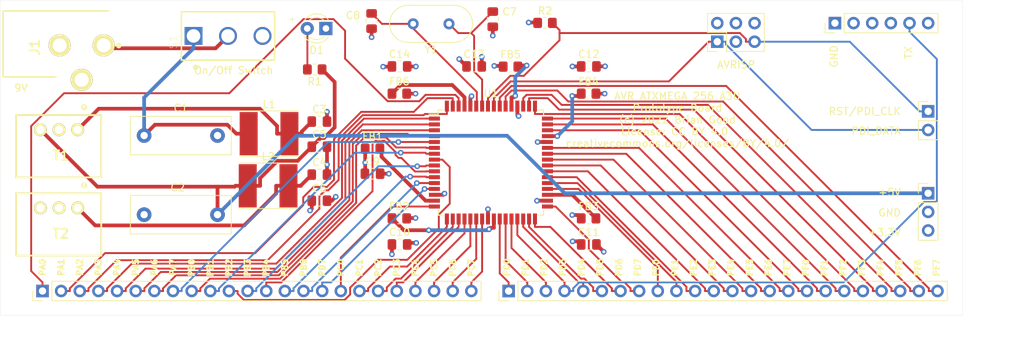
<source format=kicad_pcb>
(kicad_pcb (version 20211014) (generator pcbnew)
  (title_block (title "AVR Prototype Board") (date "2020-12-01") (rev "V1") (comment 1 "Brian Good"))
  (layers (0 "F.Cu" signal) (1 "In1.Cu" power) (2 "In2.Cu" power) (31 "B.Cu" signal) (36 "B.SilkS" user "B.Silkscreen") (37 "F.SilkS" user "F.Silkscreen") (38 "B.Mask" user) (39 "F.Mask" user) (44 "Edge.Cuts" user))
  (net 0 "")
  (net 1 "VCC")
  (net 2 "GND")
  (net 3 "+5V")
  (net 4 "/Power/9Vb")
  (net 5 "/Power/5Vb")
  (net 6 "+3V3")
  (net 7 "Net-(C7-Pad2)")
  (net 8 "Net-(C8-Pad2)")
  (net 9 "Net-(D1-Pad2)")
  (net 10 "Net-(FB1-Pad2)")
  (net 11 "Net-(FB2-Pad1)")
  (net 12 "Net-(FB3-Pad2)")
  (net 13 "Net-(FB4-Pad1)")
  (net 14 "Net-(FB5-Pad2)")
  (net 15 "Net-(FB6-Pad1)")
  (net 16 "/Power/9Vin")
  (net 17 "Net-(J2-Pad1)")
  (net 18 "Net-(J2-Pad5)")
  (net 19 "/PIN_28")
  (net 20 "/PIN_01")
  (net 21 "/PIN_02")
  (net 22 "/PIN_03")
  (net 23 "/PIN_04")
  (net 24 "/PIN_05")
  (net 25 "/PIN_06")
  (net 26 "/PIN_07")
  (net 27 "/PIN_08")
  (net 28 "/PIN_09")
  (net 29 "/PIN_10")
  (net 30 "/PIN_11")
  (net 31 "/PIN_12")
  (net 32 "/PIN_13")
  (net 33 "/PIN_14")
  (net 34 "/PIN_15")
  (net 35 "/PIN_16")
  (net 36 "/PIN_17")
  (net 37 "/PIN_18")
  (net 38 "/PIN_19")
  (net 39 "/PIN_20")
  (net 40 "/PIN_21")
  (net 41 "/PIN_22")
  (net 42 "/PIN_23")
  (net 43 "/PIN_24")
  (net 44 "/PIN_48")
  (net 45 "/PIN_47")
  (net 46 "/PIN_46")
  (net 47 "/PIN_45")
  (net 48 "/PIN_44")
  (net 49 "/PIN_43")
  (net 50 "/PIN_42")
  (net 51 "/PIN_41")
  (net 52 "/PIN_40")
  (net 53 "/PIN_39")
  (net 54 "/PIN_38")
  (net 55 "/PIN_37")
  (net 56 "/PIN_36")
  (net 57 "/PIN_35")
  (net 58 "/PIN_34")
  (net 59 "/PIN_33")
  (net 60 "/PIN_32")
  (net 61 "/PIN_31")
  (net 62 "/PIN_30")
  (net 63 "/PIN_29")
  (net 64 "/PIN_27")
  (net 65 "/PIN_26")
  (net 66 "/PIN_25")
  (footprint "Capacitor_THT:C_Rect_L13.5mm_W5.0mm_P10.00mm_FKS3_FKP3_MKS4" (layer "F.Cu") (at 46.101 83.185)
    (fp_text reference "C1")
    (fp_text value "10 uF")
  )
  (footprint "Capacitor_THT:C_Rect_L13.5mm_W5.0mm_P10.00mm_FKS3_FKP3_MKS4" (layer "F.Cu") (at 56.101 93.98 180)
    (fp_text reference "C2")
    (fp_text value "10 uF")
  )
  (footprint "Capacitor_SMD:C_0805_2012Metric_Pad1.18x1.45mm_HandSolder" (layer "F.Cu") (at 69.977 81.28)
    (fp_text reference "C3")
    (fp_text value "2.2 uF")
  )
  (footprint "Capacitor_SMD:C_0805_2012Metric_Pad1.18x1.45mm_HandSolder" (layer "F.Cu") (at 69.977 88.519)
    (fp_text reference "C4")
    (fp_text value "2.2 uF")
  )
  (footprint "Capacitor_SMD:C_0805_2012Metric_Pad1.18x1.45mm_HandSolder" (layer "F.Cu") (at 69.977 84.709)
    (fp_text reference "C5")
    (fp_text value "0.1 uF")
  )
  (footprint "Capacitor_SMD:C_0805_2012Metric_Pad1.18x1.45mm_HandSolder" (layer "F.Cu") (at 69.977 92.075)
    (fp_text reference "C6")
    (fp_text value "0.1 uF")
  )
  (footprint "Capacitor_SMD:C_0805_2012Metric_Pad1.18x1.45mm_HandSolder" (layer "F.Cu") (at 93.599 67.31 90)
    (fp_text reference "C7")
    (fp_text value "22 pF")
  )
  (footprint "Capacitor_SMD:C_0805_2012Metric_Pad1.18x1.45mm_HandSolder" (layer "F.Cu") (at 77.089 67.564 90)
    (fp_text reference "C8")
    (fp_text value "22 pF")
  )
  (footprint "Capacitor_SMD:C_0805_2012Metric_Pad1.18x1.45mm_HandSolder" (layer "F.Cu") (at 77.216 88.392)
    (fp_text reference "C9")
    (fp_text value "0.1uF")
  )
  (footprint "Capacitor_SMD:C_0805_2012Metric_Pad1.18x1.45mm_HandSolder" (layer "F.Cu") (at 80.899 98.044)
    (fp_text reference "C10")
    (fp_text value "0.1uF")
  )
  (footprint "Capacitor_SMD:C_0805_2012Metric_Pad1.18x1.45mm_HandSolder" (layer "F.Cu") (at 106.68 98.044)
    (fp_text reference "C11")
    (fp_text value "0.1uF")
  )
  (footprint "Capacitor_SMD:C_0805_2012Metric_Pad1.18x1.45mm_HandSolder" (layer "F.Cu") (at 106.68 73.757)
    (fp_text reference "C12")
    (fp_text value "0.1uF")
  )
  (footprint "Capacitor_SMD:C_0805_2012Metric_Pad1.18x1.45mm_HandSolder" (layer "F.Cu") (at 91.059 73.757)
    (fp_text reference "C13")
    (fp_text value "0.1uF")
  )
  (footprint "Capacitor_SMD:C_0805_2012Metric_Pad1.18x1.45mm_HandSolder" (layer "F.Cu") (at 80.899 73.757)
    (fp_text reference "C14")
    (fp_text value "0.1uF")
  )
  (footprint "LED_THT:LED_D3.0mm" (layer "F.Cu") (at 70.866 68.58 180)
    (fp_text reference "D1")
    (fp_text value "Red LED")
  )
  (footprint "Resistor_SMD:R_0805_2012Metric_Pad1.20x1.40mm_HandSolder" (layer "F.Cu") (at 77.216 84.963)
    (fp_text reference "FB1")
    (fp_text value "Fe")
  )
  (footprint "Resistor_SMD:R_0805_2012Metric_Pad1.20x1.40mm_HandSolder" (layer "F.Cu") (at 80.869 94.488)
    (fp_text reference "FB2")
    (fp_text value "Fe")
  )
  (footprint "Resistor_SMD:R_0805_2012Metric_Pad1.20x1.40mm_HandSolder" (layer "F.Cu") (at 106.65 94.488)
    (fp_text reference "FB3")
    (fp_text value "Fe")
  )
  (footprint "Resistor_SMD:R_0805_2012Metric_Pad1.20x1.40mm_HandSolder" (layer "F.Cu") (at 106.65 77.47)
    (fp_text reference "FB4")
    (fp_text value "Fe")
  )
  (footprint "Resistor_SMD:R_0805_2012Metric_Pad1.20x1.40mm_HandSolder" (layer "F.Cu") (at 96.012 73.787)
    (fp_text reference "FB5")
    (fp_text value "Fe")
  )
  (footprint "Resistor_SMD:R_0805_2012Metric_Pad1.20x1.40mm_HandSolder" (layer "F.Cu") (at 80.869 77.47)
    (fp_text reference "FB6")
    (fp_text value "Fe")
  )
  (footprint "BRG_Footprints:PJ-102AH" (layer "F.Cu") (at 37.592 75.184 90)
    (fp_text reference "J1")
    (fp_text value "Barrel_Jack_Switch" hide)
  )
  (footprint "BRG_Footprints:AVR_ISP" (layer "F.Cu") (at 126.619 69.0144 90)
    (fp_text reference "J2" hide)
    (fp_text value "AVR-ISP")
  )
  (footprint "Connector_PinHeader_2.54mm:PinHeader_1x02_P2.54mm_Vertical" (layer "F.Cu") (at 152.908 79.883)
    (fp_text reference "J3" hide)
    (fp_text value "Aux")
  )
  (footprint "Connector_PinHeader_2.54mm:PinHeader_1x06_P2.54mm_Vertical" (layer "F.Cu") (at 140.208 67.846 90)
    (fp_text reference "J4" hide)
    (fp_text value "Conn_01x06")
  )
  (footprint "Connector_PinHeader_2.54mm:PinHeader_1x24_P2.54mm_Vertical" (layer "F.Cu") (at 95.758 104.394 90)
    (fp_text reference "J6" hide)
    (fp_text value "ConnB" hide)
  )
  (footprint "Connector_PinHeader_2.54mm:PinHeader_1x03_P2.54mm_Vertical" (layer "F.Cu") (at 152.908 91.059)
    (fp_text reference "J7" hide)
    (fp_text value "Conn_01x03")
  )
  (footprint "Inductor_SMD:L_Taiyo-Yuden_NR-60xx_HandSoldering" (layer "F.Cu") (at 63.119 82.931)
    (fp_text reference "L1")
    (fp_text value "68 uH")
  )
  (footprint "Inductor_SMD:L_Taiyo-Yuden_NR-60xx_HandSoldering" (layer "F.Cu") (at 62.992 90.043)
    (fp_text reference "L2")
    (fp_text value "68 uH")
  )
  (footprint "Resistor_SMD:R_0805_2012Metric_Pad1.20x1.40mm_HandSolder" (layer "F.Cu") (at 69.342 74.168 180)
    (fp_text reference "R1")
    (fp_text value "680")
  )
  (footprint "Resistor_SMD:R_0805_2012Metric_Pad1.20x1.40mm_HandSolder" (layer "F.Cu") (at 100.711 67.818)
    (fp_text reference "R2")
    (fp_text value "10k")
  )
  (footprint "BRG_Footprints:SW_1101M2S3CQE2" (layer "F.Cu") (at 57.531 69.596 90)
    (fp_text reference "S1")
    (fp_text value "On/Off Switch")
  )
  (footprint "BRG_Footprints:R-78E5.0-1.0" (layer "F.Cu") (at 40.259 80.391 180)
    (fp_text reference "T1")
    (fp_text value "R-78E5.0-1.0" hide)
  )
  (footprint "BRG_Footprints:R-78E3.3-1.0" (layer "F.Cu") (at 40.259 91.059 180)
    (fp_text reference "T2")
    (fp_text value "R-78E3.3-1.0" hide)
  )
  (footprint "Package_QFP:TQFP-64_14x14mm_P0.8mm" (layer "F.Cu") (at 93.345 86.868)
    (fp_text reference "U1")
    (fp_text value "ATxmega256A3U-AU")
  )
  (footprint "Crystal:Crystal_HC49-U_Vertical" (layer "F.Cu") (at 87.63 67.945 180)
    (fp_text reference "Y1")
    (fp_text value "16 MHz")
  )
  (footprint "Connector_PinHeader_2.54mm:PinHeader_1x24_P2.54mm_Vertical" (layer "F.Cu") (at 32.258 104.394 90)
    (fp_text reference "J5" hide)
    (fp_text value "ConnA" hide)
  )
  (gr_line (start 26.543 64.77) (end 26.543 107.696) (layer "Edge.Cuts") (width 0.0254))
  (gr_line (start 157.607 107.696) (end 157.607 64.77) (layer "Edge.Cuts") (width 0.0254))
  (gr_line (start 26.543 107.696) (end 157.607 107.696) (layer "Edge.Cuts") (width 0.0254))
  (gr_line (start 157.607 64.77) (end 26.543 64.77) (layer "Edge.Cuts") (width 0.0254))
  (gr_text "PA2" (at 37.338 101.160943 90) (layer "F.SilkS") (effects (font (size 0.8128 0.8128) (thickness 0.2032))))
  (gr_text "PA3" (at 39.878 101.160943 90) (layer "F.SilkS") (effects (font (size 0.8128 0.8128) (thickness 0.2032))))
  (gr_text "PA4" (at 42.418 101.160943 90) (layer "F.SilkS") (effects (font (size 0.8128 0.8128) (thickness 0.2032))))
  (gr_text "PA5" (at 44.958 101.160943 90) (layer "F.SilkS") (effects (font (size 0.8128 0.8128) (thickness 0.2032))))
  (gr_text "PA6" (at 47.498 101.160943 90) (layer "F.SilkS") (effects (font (size 0.8128 0.8128) (thickness 0.2032))))
  (gr_text "PA7" (at 50.038 101.160943 90) (layer "F.SilkS") (effects (font (size 0.8128 0.8128) (thickness 0.2032))))
  (gr_text "PB0" (at 52.578 101.219 90) (layer "F.SilkS") (effects (font (size 0.8128 0.8128) (thickness 0.2032))))
  (gr_text "PB1" (at 55.118 101.219 90) (layer "F.SilkS") (effects (font (size 0.8128 0.8128) (thickness 0.2032))))
  (gr_text "PB2" (at 57.658 101.219 90) (layer "F.SilkS") (effects (font (size 0.8128 0.8128) (thickness 0.2032))))
  (gr_text "PB3" (at 60.198 101.219 90) (layer "F.SilkS") (effects (font (size 0.8128 0.8128) (thickness 0.2032))))
  (gr_text "PB4" (at 62.738 101.219 90) (layer "F.SilkS") (effects (font (size 0.8128 0.8128) (thickness 0.2032))))
  (gr_text "PB5" (at 65.278 101.219 90) (layer "F.SilkS") (effects (font (size 0.8128 0.8128) (thickness 0.2032))))
  (gr_text "PB6" (at 67.818 101.219 90) (layer "F.SilkS") (effects (font (size 0.8128 0.8128) (thickness 0.2032))))
  (gr_text "PB7" (at 70.358 101.219 90) (layer "F.SilkS") (effects (font (size 0.8128 0.8128) (thickness 0.2032))))
  (gr_text "PC0" (at 72.898 101.219 90) (layer "F.SilkS") (effects (font (size 0.8128 0.8128) (thickness 0.2032))))
  (gr_text "PC1" (at 75.438 101.219 90) (layer "F.SilkS") (effects (font (size 0.8128 0.8128) (thickness 0.2032))))
  (gr_text "PC2" (at 77.978 101.219 90) (layer "F.SilkS") (effects (font (size 0.8128 0.8128) (thickness 0.2032))))
  (gr_text "PC3" (at 80.518 101.219 90) (layer "F.SilkS") (effects (font (size 0.8128 0.8128) (thickness 0.2032))))
  (gr_text "PC4" (at 83.058 101.219 90) (layer "F.SilkS") (effects (font (size 0.8128 0.8128) (thickness 0.2032))))
  (gr_text "PC5" (at 85.598 101.219 90) (layer "F.SilkS") (effects (font (size 0.8128 0.8128) (thickness 0.2032))))
  (gr_text "PC6" (at 88.138 101.219 90) (layer "F.SilkS") (effects (font (size 0.8128 0.8128) (thickness 0.2032))))
  (gr_text "PC7" (at 90.678 101.219 90) (layer "F.SilkS") (effects (font (size 0.8128 0.8128) (thickness 0.2032))))
  (gr_text "PD6" (at 110.777126 101.160943 90) (layer "F.SilkS") (effects (font (size 0.8128 0.8128) (thickness 0.2032))))
  (gr_text "PD0" (at 95.504 101.160943 90) (layer "F.SilkS") (effects (font (size 0.8128 0.8128) (thickness 0.2032))))
  (gr_text "PD1" (at 98.049521 101.160943 90) (layer "F.SilkS") (effects (font (size 0.8128 0.8128) (thickness 0.2032))))
  (gr_text "PD7" (at 113.322647 101.160943 90) (layer "F.SilkS") (effects (font (size 0.8128 0.8128) (thickness 0.2032))))
  (gr_text "PD3" (at 103.140563 101.160943 90) (layer "F.SilkS") (effects (font (size 0.8128 0.8128) (thickness 0.2032))))
  (gr_text "PD4" (at 105.686084 101.160943 90) (layer "F.SilkS") (effects (font (size 0.8128 0.8128) (thickness 0.2032))))
  (gr_text "PD2" (at 100.595042 101.160943 90) (layer "F.SilkS") (effects (font (size 0.8128 0.8128) (thickness 0.2032))))
  (gr_text "PD5" (at 108.231605 101.160943 90) (layer "F.SilkS") (effects (font (size 0.8128 0.8128) (thickness 0.2032))))
  (gr_text "PE6" (at 131.141294 101.199647 90) (layer "F.SilkS") (effects (font (size 0.8128 0.8128) (thickness 0.2032))))
  (gr_text "PE1" (at 118.413689 101.199647 90) (layer "F.SilkS") (effects (font (size 0.8128 0.8128) (thickness 0.2032))))
  (gr_text "PE0" (at 115.868168 101.199647 90) (layer "F.SilkS") (effects (font (size 0.8128 0.8128) (thickness 0.2032))))
  (gr_text "PE2" (at 120.95921 101.199647 90) (layer "F.SilkS") (effects (font (size 0.8128 0.8128) (thickness 0.2032))))
  (gr_text "PE4" (at 126.050252 101.199647 90) (layer "F.SilkS") (effects (font (size 0.8128 0.8128) (thickness 0.2032))))
  (gr_text "PE7" (at 133.686815 101.199647 90) (layer "F.SilkS") (effects (font (size 0.8128 0.8128) (thickness 0.2032))))
  (gr_text "PE3" (at 123.504731 101.199647 90) (layer "F.SilkS") (effects (font (size 0.8128 0.8128) (thickness 0.2032))))
  (gr_text "PE5" (at 128.595773 101.199647 90) (layer "F.SilkS") (effects (font (size 0.8128 0.8128) (thickness 0.2032))))
  (gr_text "PF7" (at 154.051 101.219 90) (layer "F.SilkS") (effects (font (size 0.8128 0.8128) (thickness 0.2032))))
  (gr_text "PF3" (at 143.868899 101.219 90) (layer "F.SilkS") (effects (font (size 0.8128 0.8128) (thickness 0.2032))))
  (gr_text "PF5" (at 148.959941 101.219 90) (layer "F.SilkS") (effects (font (size 0.8128 0.8128) (thickness 0.2032))))
  (gr_text "PF4" (at 146.41442 101.219 90) (layer "F.SilkS") (effects (font (size 0.8128 0.8128) (thickness 0.2032))))
  (gr_text "PF2" (at 141.323378 101.219 90) (layer "F.SilkS") (effects (font (size 0.8128 0.8128) (thickness 0.2032))))
  (gr_text "PF0" (at 136.232336 101.219 90) (layer "F.SilkS") (effects (font (size 0.8128 0.8128) (thickness 0.2032))))
  (gr_text "PF1" (at 138.777857 101.219 90) (layer "F.SilkS") (effects (font (size 0.8128 0.8128) (thickness 0.2032))))
  (gr_text "PF6" (at 151.505462 101.219 90) (layer "F.SilkS") (effects (font (size 0.8128 0.8128) (thickness 0.2032))))
  (gr_text "+3.3V" (at 146.939 96.393) (layer "F.SilkS") (effects (font (size 1 1))))
  (gr_text "+" (at 66.294 67.31) (layer "F.SilkS") (effects (font (size 0.762 0.762) (thickness 0.1016))))
  (gr_text "AVRISP" (at 126.746 73.533) (layer "F.SilkS") (effects (font (size 1 1))))
  (gr_text "9V" (at 29.337 76.708) (layer "F.SilkS") (effects (font (size 1 1))))
  (gr_text "+5V" (at 147.653285 90.932) (layer "F.SilkS") (effects (font (size 1 1))))
  (gr_text "PA0" (at 32.258 101.160943 90) (layer "F.SilkS") (effects (font (size 0.8128 0.8128) (thickness 0.2032))))
  (gr_text "GND" (at 140.081 72.39 90) (layer "F.SilkS") (effects (font (size 1 1))))
  (gr_text "PA1" (at 34.798 101.160943 90) (layer "F.SilkS") (effects (font (size 0.8128 0.8128) (thickness 0.2032))))
  (gr_text "RST/PDI_CLK" (at 144.272333 79.883) (layer "F.SilkS") (effects (font (size 1 1))))
  (gr_text "AVR ATXMEGA 256 A3U\nPrototype Board\n(c) 2022 Brian Good\nLicense: CC BY 4.0 \ncreativecommons.org/licenses/BY/4.0/" (at 118.745 81.026) (layer "F.SilkS") (effects (font (size 1 1))))
  (gr_text "GND" (at 147.653285 93.726) (layer "F.SilkS") (effects (font (size 1 1))))
  (gr_text "TX" (at 150.241 71.882 90) (layer "F.SilkS") (effects (font (size 1 1))))
  (gr_text "PDI_DATA" (at 145.819952 82.55) (layer "F.SilkS") (effects (font (size 1 1))))
  (segment (start 57.439 81.7085) (end 58.6615 82.931) (width 0.508) (layer "F.Cu") (net 1))
  (segment (start 47.5775 81.7085) (end 57.439 81.7085) (width 0.508) (layer "F.Cu") (net 1))
  (segment (start 60.344 82.931) (end 58.6615 82.931) (width 0.508) (layer "F.Cu") (net 1))
  (segment (start 46.101 83.185) (end 47.5775 81.7085) (width 0.508) (layer "F.Cu") (net 1))
  (segment (start 52.831 71.2785) (end 46.101 78.0085) (width 0.508) (layer "B.Cu") (net 1))
  (segment (start 46.101 78.0085) (end 46.101 83.185) (width 0.508) (layer "B.Cu") (net 1))
  (segment (start 52.831 69.596) (end 52.831 71.2785) (width 0.508) (layer "B.Cu") (net 1))
  (segment (start 78.2535 88.392) (end 79.4406 88.392) (width 0.508) (layer "F.Cu") (net 2))
  (segment (start 105.6405 73.759) (end 105.6425 73.757) (width 0.508) (layer "F.Cu") (net 2))
  (segment (start 79.8268 73.7917) (end 79.8615 73.757) (width 0.508) (layer "F.Cu") (net 2))
  (segment (start 101.045 84.068) (end 99.7022 84.068) (width 0.508) (layer "F.Cu") (net 2))
  (segment (start 77.089 68.6015) (end 77.089 69.7772) (width 0.508) (layer "F.Cu") (net 2))
  (segment (start 93.599 68.3475) (end 93.599 69.5589) (width 0.508) (layer "F.Cu") (net 2))
  (segment (start 107.7175 98.044) (end 108.7137 99.0402) (width 0.508) (layer "F.Cu") (net 2))
  (segment (start 99.8238 92.0817) (end 99.8375 92.068) (width 0.508) (layer "F.Cu") (net 2))
  (segment (start 79.8615 98.044) (end 79.8615 99.3905) (width 0.508) (layer "F.Cu") (net 2))
  (segment (start 97.1133 80.53) (end 96.9588 80.3755) (width 0.508) (layer "F.Cu") (net 2))
  (segment (start 71.0145 81.28) (end 71.0145 79.9432) (width 0.508) (layer "F.Cu") (net 2))
  (segment (start 96.945 79.168) (end 96.945 80.3755) (width 0.508) (layer "F.Cu") (net 2))
  (segment (start 104.4465 73.759) (end 105.6405 73.759) (width 0.508) (layer "F.Cu") (net 2))
  (segment (start 71.6678 92.075) (end 71.0145 92.075) (width 0.508) (layer "F.Cu") (net 2))
  (segment (start 87.0216 91.0958) (end 86.8525 91.2649) (width 0.508) (layer "F.Cu") (net 2))
  (segment (start 90.545 79.168) (end 90.545 77.9605) (width 0.508) (layer "F.Cu") (net 2))
  (segment (start 90.5648 77.9605) (end 90.545 77.9605) (width 0.508) (layer "F.Cu") (net 2))
  (segment (start 108.7137 99.0402) (end 108.7138 99.0402) (width 0.508) (layer "F.Cu") (net 2))
  (segment (start 96.9588 80.3755) (end 96.945 80.3755) (width 0.508) (layer "F.Cu") (net 2))
  (segment (start 71.0145 88.519) (end 71.0145 87.1444) (width 0.508) (layer "F.Cu") (net 2))
  (segment (start 92.0965 73.757) (end 92.0965 72.444) (width 0.508) (layer "F.Cu") (net 2))
  (segment (start 92.945 93.2308) (end 92.945 94.568) (width 0.508) (layer "F.Cu") (net 2))
  (segment (start 99.6173 92.0817) (end 99.8238 92.0817) (width 0.508) (layer "F.Cu") (net 2))
  (segment (start 72.2041 91.5387) (end 71.6678 92.075) (width 0.508) (layer "F.Cu") (net 2))
  (segment (start 71.0145 87.1444) (end 71.0145 84.709) (width 0.508) (layer "F.Cu") (net 2))
  (segment (start 85.645 91.268) (end 86.8525 91.268) (width 0.508) (layer "F.Cu") (net 2))
  (segment (start 90.7089 77.8164) (end 90.5648 77.9605) (width 0.508) (layer "F.Cu") (net 2))
  (segment (start 101.045 92.068) (end 99.8375 92.068) (width 0.508) (layer "F.Cu") (net 2))
  (segment (start 86.8525 91.2649) (end 86.8525 91.268) (width 0.508) (layer "F.Cu") (net 2))
  (segment (start 78.6626 73.7917) (end 79.8268 73.7917) (width 0.508) (layer "F.Cu") (net 2))
  (via (at 108.7138 99.0402) (size 0.762) (drill 0.381) (layers "F.Cu" "B.Cu") (net 2))
  (via (at 79.4406 88.392) (size 0.762) (drill 0.381) (layers "F.Cu" "B.Cu") (net 2))
  (via (at 77.089 69.7772) (size 0.762) (drill 0.381) (layers "F.Cu" "B.Cu") (net 2))
  (via (at 71.0145 79.9432) (size 0.762) (drill 0.381) (layers "F.Cu" "B.Cu") (net 2))
  (via (at 71.0145 87.1444) (size 0.762) (drill 0.381) (layers "F.Cu" "B.Cu") (net 2))
  (via (at 104.4465 73.759) (size 0.762) (drill 0.381) (layers "F.Cu" "B.Cu") (net 2))
  (via (at 93.599 69.5589) (size 0.762) (drill 0.381) (layers "F.Cu" "B.Cu") (net 2))
  (via (at 79.8615 99.3905) (size 0.762) (drill 0.381) (layers "F.Cu" "B.Cu") (net 2))
  (via (at 99.7022 84.068) (size 0.762) (drill 0.381) (layers "F.Cu" "B.Cu") (net 2))
  (via (at 99.6173 92.0817) (size 0.762) (drill 0.381) (layers "F.Cu" "B.Cu") (net 2))
  (via (at 97.1133 80.53) (size 0.762) (drill 0.381) (layers "F.Cu" "B.Cu") (net 2))
  (via (at 92.0965 72.444) (size 0.762) (drill 0.381) (layers "F.Cu" "B.Cu") (net 2))
  (via (at 92.945 93.2308) (size 0.762) (drill 0.381) (layers "F.Cu" "B.Cu") (net 2))
  (via (at 90.7089 77.8164) (size 0.762) (drill 0.381) (layers "F.Cu" "B.Cu") (net 2))
  (via (at 87.0216 91.0958) (size 0.762) (drill 0.381) (layers "F.Cu" "B.Cu") (net 2))
  (via (at 72.2041 91.5387) (size 0.762) (drill 0.381) (layers "F.Cu" "B.Cu") (net 2))
  (via (at 78.6626 73.7917) (size 0.762) (drill 0.381) (layers "F.Cu" "B.Cu") (net 2))
  (segment (start 60.217 90.043) (end 58.5345 90.043) (width 0.508) (layer "F.Cu") (net 3))
  (segment (start 39.7373 90.1593) (end 56.101 90.1593) (width 0.508) (layer "F.Cu") (net 3))
  (segment (start 72.0606 75.8866) (end 70.342 74.168) (width 0.508) (layer "F.Cu") (net 3))
  (segment (start 64.2752 86.6355) (end 67.0131 86.6355) (width 0.508) (layer "F.Cu") (net 3))
  (segment (start 67.0131 86.6354) (end 68.9395 84.709) (width 0.508) (layer "F.Cu") (net 3))
  (segment (start 61.8995 90.043) (end 61.8995 89.0112) (width 0.508) (layer "F.Cu") (net 3))
  (segment (start 56.101 90.1593) (end 58.4182 90.1593) (width 0.508) (layer "F.Cu") (net 3))
  (segment (start 31.969 82.391) (end 39.7373 90.1593) (width 0.508) (layer "F.Cu") (net 3))
  (segment (start 67.0131 86.6355) (end 67.0131 86.6354) (width 0.508) (layer "F.Cu") (net 3))
  (segment (start 68.9395 84.709) (end 70.1231 83.5254) (width 0.508) (layer "F.Cu") (net 3))
  (segment (start 61.8995 89.0112) (end 64.2752 86.6355) (width 0.508) (layer "F.Cu") (net 3))
  (segment (start 70.6076 83.5254) (end 72.0606 82.0724) (width 0.508) (layer "F.Cu") (net 3))
  (segment (start 70.1231 83.5254) (end 70.6076 83.5254) (width 0.508) (layer "F.Cu") (net 3))
  (segment (start 58.4182 90.1593) (end 58.5345 90.043) (width 0.508) (layer "F.Cu") (net 3))
  (segment (start 56.101 90.1593) (end 56.101 93.98) (width 0.508) (layer "F.Cu") (net 3))
  (segment (start 60.217 90.043) (end 61.8995 90.043) (width 0.508) (layer "F.Cu") (net 3))
  (segment (start 72.0606 82.0724) (end 72.0606 75.8866) (width 0.508) (layer "F.Cu") (net 3))
  (segment (start 103.3976 91.059) (end 152.908 91.059) (width 0.508) (layer "B.Cu") (net 3))
  (segment (start 95.5579 83.2193) (end 103.3976 91.059) (width 0.508) (layer "B.Cu") (net 3))
  (segment (start 56.101 93.98) (end 66.8617 83.2193) (width 0.508) (layer "B.Cu") (net 3))
  (segment (start 66.8617 83.2193) (end 95.5579 83.2193) (width 0.508) (layer "B.Cu") (net 3))
  (segment (start 65.894 82.931) (end 67.5765 82.931) (width 0.508) (layer "F.Cu") (net 4))
  (segment (start 68.9395 81.28) (end 67.5765 82.643) (width 0.508) (layer "F.Cu") (net 4))
  (segment (start 61.8555 79.5234) (end 64.2115 81.8794) (width 0.508) (layer "F.Cu") (net 4))
  (segment (start 67.5765 82.643) (end 67.5765 82.931) (width 0.508) (layer "F.Cu") (net 4))
  (segment (start 64.2115 81.8794) (end 64.2115 82.931) (width 0.508) (layer "F.Cu") (net 4))
  (segment (start 65.894 82.931) (end 64.2115 82.931) (width 0.508) (layer "F.Cu") (net 4))
  (segment (start 37.049 82.391) (end 39.9166 79.5234) (width 0.508) (layer "F.Cu") (net 4))
  (segment (start 39.9166 79.5234) (end 61.8555 79.5234) (width 0.508) (layer "F.Cu") (net 4))
  (segment (start 64.0845 91.0946) (end 64.0845 90.043) (width 0.508) (layer "F.Cu") (net 5))
  (segment (start 59.7324 95.4467) (end 64.0845 91.0946) (width 0.508) (layer "F.Cu") (net 5))
  (segment (start 39.4367 95.4467) (end 59.7324 95.4467) (width 0.508) (layer "F.Cu") (net 5))
  (segment (start 68.9395 88.519) (end 67.4495 90.009) (width 0.508) (layer "F.Cu") (net 5))
  (segment (start 37.049 93.059) (end 39.4367 95.4467) (width 0.508) (layer "F.Cu") (net 5))
  (segment (start 67.4495 90.009) (end 67.4495 90.043) (width 0.508) (layer "F.Cu") (net 5))
  (segment (start 65.767 90.043) (end 67.4495 90.043) (width 0.508) (layer "F.Cu") (net 5))
  (segment (start 65.767 90.043) (end 64.0845 90.043) (width 0.508) (layer "F.Cu") (net 5))
  (segment (start 104.4251 94.0279) (end 105.1899 94.0279) (width 0.508) (layer "F.Cu") (net 6))
  (segment (start 83.0707 94.4406) (end 81.9164 94.4406) (width 0.508) (layer "F.Cu") (net 6))
  (segment (start 68.9395 93.1774) (end 68.9395 92.075) (width 0.508) (layer "F.Cu") (net 6))
  (segment (start 76.1785 88.392) (end 76.216 88.3545) (width 0.508) (layer "F.Cu") (net 6))
  (segment (start 76.216 88.3545) (end 76.216 86.8752) (width 0.508) (layer "F.Cu") (net 6))
  (segment (start 90.0215 73.757) (end 89.0205 72.756) (width 0.508) (layer "F.Cu") (net 6))
  (segment (start 107.7324 73.7421) (end 107.7175 73.757) (width 0.508) (layer "F.Cu") (net 6))
  (segment (start 105.1899 94.0279) (end 105.65 94.488) (width 0.508) (layer "F.Cu") (net 6))
  (segment (start 108.8929 73.7421) (end 107.7324 73.7421) (width 0.508) (layer "F.Cu") (net 6))
  (segment (start 83.1739 97.8304) (end 82.1501 97.8304) (width 0.508) (layer "F.Cu") (net 6))
  (segment (start 105.2155 97.617) (end 105.6425 98.044) (width 0.508) (layer "F.Cu") (net 6))
  (segment (start 107.6524 77.4676) (end 107.65 77.47) (width 0.508) (layer "F.Cu") (net 6))
  (segment (start 82.1501 97.8304) (end 81.9365 98.044) (width 0.508) (layer "F.Cu") (net 6))
  (segment (start 94.9095 73.6845) (end 95.012 73.787) (width 0.508) (layer "F.Cu") (net 6))
  (segment (start 93.7959 73.6845) (end 94.9095 73.6845) (width 0.508) (layer "F.Cu") (net 6))
  (segment (start 68.7052 93.4117) (end 68.9395 93.1774) (width 0.508) (layer "F.Cu") (net 6))
  (segment (start 104.469 97.617) (end 105.2155 97.617) (width 0.508) (layer "F.Cu") (net 6))
  (segment (start 81.9488 73.7693) (end 81.9365 73.757) (width 0.508) (layer "F.Cu") (net 6))
  (segment (start 99.6573 67.7643) (end 99.711 67.818) (width 0.508) (layer "F.Cu") (net 6))
  (segment (start 83.1254 73.7693) (end 81.9488 73.7693) (width 0.508) (layer "F.Cu") (net 6))
  (segment (start 98.4836 67.7643) (end 99.6573 67.7643) (width 0.508) (layer "F.Cu") (net 6))
  (segment (start 108.8429 77.4676) (end 107.6524 77.4676) (width 0.508) (layer "F.Cu") (net 6))
  (segment (start 81.9164 94.4406) (end 81.869 94.488) (width 0.508) (layer "F.Cu") (net 6))
  (segment (start 81.869 77.47) (end 83.0734 77.47) (width 0.508) (layer "F.Cu") (net 6))
  (segment (start 76.216 86.8752) (end 76.216 84.963) (width 0.508) (layer "F.Cu") (net 6))
  (via (at 108.8429 77.4676) (size 0.762) (drill 0.381) (layers "F.Cu" "B.Cu") (net 6))
  (via (at 76.216 86.8752) (size 0.762) (drill 0.381) (layers "F.Cu" "B.Cu") (net 6))
  (via (at 83.1739 97.8304) (size 0.762) (drill 0.381) (layers "F.Cu" "B.Cu") (net 6))
  (via (at 83.0707 94.4406) (size 0.762) (drill 0.381) (layers "F.Cu" "B.Cu") (net 6))
  (via (at 89.0205 72.756) (size 0.762) (drill 0.381) (layers "F.Cu" "B.Cu") (net 6))
  (via (at 104.469 97.617) (size 0.762) (drill 0.381) (layers "F.Cu" "B.Cu") (net 6))
  (via (at 98.4836 67.7643) (size 0.762) (drill 0.381) (layers "F.Cu" "B.Cu") (net 6))
  (via (at 68.7052 93.4117) (size 0.762) (drill 0.381) (layers "F.Cu" "B.Cu") (net 6))
  (via (at 83.1254 73.7693) (size 0.762) (drill 0.381) (layers "F.Cu" "B.Cu") (net 6))
  (via (at 83.0734 77.47) (size 0.762) (drill 0.381) (layers "F.Cu" "B.Cu") (net 6))
  (via (at 108.8929 73.7421) (size 0.762) (drill 0.381) (layers "F.Cu" "B.Cu") (net 6))
  (via (at 104.4251 94.0279) (size 0.762) (drill 0.381) (layers "F.Cu" "B.Cu") (net 6))
  (via (at 93.7959 73.6845) (size 0.762) (drill 0.381) (layers "F.Cu" "B.Cu") (net 6))
  (segment (start 92.145 75.5523) (end 91.059 74.4663) (width 0.254) (layer "F.Cu") (net 7))
  (segment (start 90.6611 69.2104) (end 93.599 66.2725) (width 0.254) (layer "F.Cu") (net 7))
  (segment (start 92.145 79.168) (end 92.145 75.5523) (width 0.254) (layer "F.Cu") (net 7))
  (segment (start 87.63 67.945) (end 88.8954 69.2104) (width 0.254) (layer "F.Cu") (net 7))
  (segment (start 91.059 69.6083) (end 90.6611 69.2104) (width 0.254) (layer "F.Cu") (net 7))
  (segment (start 88.8954 69.2104) (end 90.6611 69.2104) (width 0.254) (layer "F.Cu") (net 7))
  (segment (start 91.059 74.4663) (end 91.059 69.6083) (width 0.254) (layer "F.Cu") (net 7))
  (segment (start 91.345 79.168) (end 91.4204 79.0926) (width 0.254) (layer "F.Cu") (net 8))
  (segment (start 91.4204 79.0926) (end 91.4204 77.2377) (width 0.254) (layer "F.Cu") (net 8))
  (segment (start 78.5075 67.945) (end 77.089 66.5265) (width 0.254) (layer "F.Cu") (net 8))
  (segment (start 82.75 68.5673) (end 82.75 67.945) (width 0.254) (layer "F.Cu") (net 8))
  (segment (start 91.4204 77.2377) (end 82.75 68.5673) (width 0.254) (layer "F.Cu") (net 8))
  (segment (start 82.75 67.945) (end 78.5075 67.945) (width 0.254) (layer "F.Cu") (net 8))
  (segment (start 68.326 68.58) (end 68.342 68.596) (width 0.254) (layer "F.Cu") (net 9))
  (segment (start 68.342 68.596) (end 68.342 74.168) (width 0.254) (layer "F.Cu") (net 9))
  (segment (start 78.447 86.0775) (end 84.4375 92.068) (width 0.508) (layer "F.Cu") (net 10))
  (segment (start 78.447 85.1939) (end 78.447 86.0775) (width 0.508) (layer "F.Cu") (net 10))
  (segment (start 85.645 92.068) (end 84.4375 92.068) (width 0.508) (layer "F.Cu") (net 10))
  (segment (start 78.4469 85.1939) (end 78.447 85.1939) (width 0.508) (layer "F.Cu") (net 10))
  (segment (start 78.216 84.963) (end 78.4469 85.1939) (width 0.508) (layer "F.Cu") (net 10))
  (segment (start 79.869 94.488) (end 81.4826 96.1016) (width 0.508) (layer "F.Cu") (net 11))
  (segment (start 93.745 94.568) (end 93.745 95.7755) (width 0.508) (layer "F.Cu") (net 11))
  (segment (start 93.2865 95.7755) (end 93.0912 95.9708) (width 0.508) (layer "F.Cu") (net 11))
  (segment (start 81.4826 96.1016) (end 84.8732 96.1016) (width 0.508) (layer "F.Cu") (net 11))
  (segment (start 93.745 95.7755) (end 93.2865 95.7755) (width 0.508) (layer "F.Cu") (net 11))
  (via (at 84.8732 96.1016) (size 0.762) (drill 0.381) (layers "F.Cu" "B.Cu") (net 11))
  (via (at 93.0912 95.9708) (size 0.762) (drill 0.381) (layers "F.Cu" "B.Cu") (net 11))
  (segment (start 84.8732 96.1016) (end 92.9604 96.1016) (width 0.508) (layer "B.Cu") (net 11))
  (segment (start 92.9604 96.1016) (end 93.0912 95.9708) (width 0.508) (layer "B.Cu") (net 11))
  (segment (start 104.43 91.268) (end 107.65 94.488) (width 0.508) (layer "F.Cu") (net 12))
  (segment (start 101.045 91.268) (end 104.43 91.268) (width 0.508) (layer "F.Cu") (net 12))
  (segment (start 101.045 83.268) (end 102.3937 83.268) (width 0.508) (layer "F.Cu") (net 13))
  (segment (start 105.3333 77.7867) (end 105.65 77.47) (width 0.508) (layer "F.Cu") (net 13))
  (segment (start 104.4219 77.7867) (end 105.3333 77.7867) (width 0.508) (layer "F.Cu") (net 13))
  (via (at 102.3937 83.268) (size 0.762) (drill 0.381) (layers "F.Cu" "B.Cu") (net 13))
  (via (at 104.4219 77.7867) (size 0.762) (drill 0.381) (layers "F.Cu" "B.Cu") (net 13))
  (segment (start 104.4219 77.7867) (end 104.4219 81.2398) (width 0.508) (layer "B.Cu") (net 13))
  (segment (start 104.4219 81.2398) (end 102.3937 83.268) (width 0.508) (layer "B.Cu") (net 13))
  (segment (start 97.1705 73.6285) (end 97.012 73.787) (width 0.508) (layer "F.Cu") (net 14))
  (segment (start 96.145 77.9605) (end 96.4632 77.9605) (width 0.508) (layer "F.Cu") (net 14))
  (segment (start 96.145 79.168) (end 96.145 77.9605) (width 0.508) (layer "F.Cu") (net 14))
  (segment (start 98.2182 73.6285) (end 97.1705 73.6285) (width 0.508) (layer "F.Cu") (net 14))
  (segment (start 96.4632 77.9605) (end 96.6609 77.7628) (width 0.508) (layer "F.Cu") (net 14))
  (via (at 96.6609 77.7628) (size 0.762) (drill 0.381) (layers "F.Cu" "B.Cu") (net 14))
  (via (at 98.2182 73.6285) (size 0.762) (drill 0.381) (layers "F.Cu" "B.Cu") (net 14))
  (segment (start 98.2182 73.6285) (end 96.6609 75.1858) (width 0.508) (layer "B.Cu") (net 14))
  (segment (start 96.6609 75.1858) (end 96.6609 77.7628) (width 0.508) (layer "B.Cu") (net 14))
  (segment (start 89.745 79.168) (end 89.745 77.9605) (width 0.508) (layer "F.Cu") (net 15))
  (segment (start 88.0766 76.2921) (end 89.745 77.9605) (width 0.508) (layer "F.Cu") (net 15))
  (segment (start 79.869 77.47) (end 81.0469 76.2921) (width 0.508) (layer "F.Cu") (net 15))
  (segment (start 81.0469 76.2921) (end 88.0766 76.2921) (width 0.508) (layer "F.Cu") (net 15))
  (segment (start 57.531 69.596) (end 55.8484 71.2786) (width 0.508) (layer "F.Cu") (net 16))
  (segment (start 55.8484 71.2786) (end 40.9866 71.2786) (width 0.508) (layer "F.Cu") (net 16))
  (segment (start 40.9866 71.2786) (end 40.592 70.884) (width 0.508) (layer "F.Cu") (net 16))
  (segment (start 93.745 79.168) (end 93.745 78.0875) (width 0.254) (layer "F.Cu") (net 17))
  (segment (start 123.0001 70.386) (end 117.5862 75.7999) (width 0.254) (layer "F.Cu") (net 17))
  (segment (start 124.1806 70.386) (end 123.0001 70.386) (width 0.254) (layer "F.Cu") (net 17))
  (segment (start 117.5862 75.7999) (end 96.0326 75.7999) (width 0.254) (layer "F.Cu") (net 17))
  (segment (start 96.0326 75.7999) (end 93.745 78.0875) (width 0.254) (layer "F.Cu") (net 17))
  (segment (start 125.3611 70.7549) (end 137.0292 82.423) (width 0.254) (layer "B.Cu") (net 17))
  (segment (start 124.1806 70.386) (end 125.3611 70.386) (width 0.254) (layer "B.Cu") (net 17))
  (segment (start 125.3611 70.386) (end 125.3611 70.7549) (width 0.254) (layer "B.Cu") (net 17))
  (segment (start 137.0292 82.423) (end 152.908 82.423) (width 0.254) (layer "B.Cu") (net 17))
  (segment (start 129.2606 70.386) (end 128.0801 70.386) (width 0.254) (layer "F.Cu") (net 18))
  (segment (start 92.945 79.168) (end 92.945 78.0875) (width 0.254) (layer "F.Cu") (net 18))
  (segment (start 128.0801 70.386) (end 128.0801 70.017) (width 0.254) (layer "F.Cu") (net 18))
  (segment (start 102.6907 70.185) (end 97.8408 75.0349) (width 0.254) (layer "F.Cu") (net 18))
  (segment (start 128.0801 70.017) (end 127.2686 69.2055) (width 0.254) (layer "F.Cu") (net 18))
  (segment (start 102.6907 69.2055) (end 102.6907 70.185) (width 0.254) (layer "F.Cu") (net 18))
  (segment (start 95.9976 75.0349) (end 92.945 78.0875) (width 0.254) (layer "F.Cu") (net 18))
  (segment (start 102.6907 69.2055) (end 102.6907 68.7977) (width 0.254) (layer "F.Cu") (net 18))
  (segment (start 102.6907 68.7977) (end 101.711 67.818) (width 0.254) (layer "F.Cu") (net 18))
  (segment (start 97.8408 75.0349) (end 95.9976 75.0349) (width 0.254) (layer "F.Cu") (net 18))
  (segment (start 127.2686 69.2055) (end 102.6907 69.2055) (width 0.254) (layer "F.Cu") (net 18))
  (segment (start 152.908 79.883) (end 151.7275 79.883) (width 0.254) (layer "B.Cu") (net 18))
  (segment (start 142.2305 70.386) (end 151.7275 79.883) (width 0.254) (layer "B.Cu") (net 18))
  (segment (start 129.2606 70.386) (end 142.2305 70.386) (width 0.254) (layer "B.Cu") (net 18))
  (segment (start 96.945 94.568) (end 96.945 96.7805) (width 0.254) (layer "F.Cu") (net 19))
  (segment (start 103.378 104.394) (end 103.378 103.2135) (width 0.254) (layer "F.Cu") (net 19))
  (segment (start 96.945 96.7805) (end 103.378 103.2135) (width 0.254) (layer "F.Cu") (net 19))
  (segment (start 154.0886 72.7471) (end 150.368 69.0265) (width 0.254) (layer "B.Cu") (net 19))
  (segment (start 153.9808 92.2396) (end 154.0886 92.1318) (width 0.254) (layer "B.Cu") (net 19))
  (segment (start 152.364 92.2396) (end 153.9808 92.2396) (width 0.254) (layer "B.Cu") (net 19))
  (segment (start 104.5585 104.394) (end 104.5585 104.025) (width 0.254) (layer "B.Cu") (net 19))
  (segment (start 103.378 104.394) (end 104.5585 104.394) (width 0.254) (layer "B.Cu") (net 19))
  (segment (start 150.368 67.846) (end 150.368 69.0265) (width 0.254) (layer "B.Cu") (net 19))
  (segment (start 141.3901 103.2135) (end 152.364 92.2396) (width 0.254) (layer "B.Cu") (net 19))
  (segment (start 105.37 103.2135) (end 141.3901 103.2135) (width 0.254) (layer "B.Cu") (net 19))
  (segment (start 104.5585 104.025) (end 105.37 103.2135) (width 0.254) (layer "B.Cu") (net 19))
  (segment (start 154.0886 92.1318) (end 154.0886 72.7471) (width 0.254) (layer "B.Cu") (net 19))
  (segment (start 73.4779 72.7005) (end 73.4779 68.8916) (width 0.254) (layer "F.Cu") (net 20))
  (segment (start 30.7165 101.672) (end 32.258 103.2135) (width 0.254) (layer "F.Cu") (net 20))
  (segment (start 71.8898 67.3035) (end 67.8145 67.3035) (width 0.254) (layer "F.Cu") (net 20))
  (segment (start 83.578 78.5016) (end 79.279 78.5016) (width 0.254) (layer "F.Cu") (net 20))
  (segment (start 67.8145 67.3035) (end 57.7034 77.4146) (width 0.254) (layer "F.Cu") (net 20))
  (segment (start 79.279 78.5016) (end 73.4779 72.7005) (width 0.254) (layer "F.Cu") (net 20))
  (segment (start 30.7165 81.895) (end 30.7165 101.672) (width 0.254) (layer "F.Cu") (net 20))
  (segment (start 73.4779 68.8916) (end 71.8898 67.3035) (width 0.254) (layer "F.Cu") (net 20))
  (segment (start 88.4874 77.6299) (end 84.4497 77.6299) (width 0.254) (layer "F.Cu") (net 20))
  (segment (start 88.945 78.0875) (end 88.4874 77.6299) (width 0.254) (layer "F.Cu") (net 20))
  (segment (start 84.4497 77.6299) (end 83.578 78.5016) (width 0.254) (layer "F.Cu") (net 20))
  (segment (start 57.7034 77.4146) (end 35.1969 77.4146) (width 0.254) (layer "F.Cu") (net 20))
  (segment (start 88.945 79.168) (end 88.945 78.0875) (width 0.254) (layer "F.Cu") (net 20))
  (segment (start 32.258 104.394) (end 32.258 103.2135) (width 0.254) (layer "F.Cu") (net 20))
  (segment (start 35.1969 77.4146) (end 30.7165 81.895) (width 0.254) (layer "F.Cu") (net 20))
  (segment (start 88.145 78.0875) (end 84.7112 78.0875) (width 0.254) (layer "F.Cu") (net 21))
  (segment (start 82.8457 79.953) (end 75.6777 79.953) (width 0.254) (layer "F.Cu") (net 21))
  (segment (start 88.145 79.168) (end 88.145 78.0875) (width 0.254) (layer "F.Cu") (net 21))
  (segment (start 75.6777 79.953) (end 71.968 83.6627) (width 0.254) (layer "F.Cu") (net 21))
  (segment (start 34.798 104.394) (end 35.9785 104.394) (width 0.254) (layer "F.Cu") (net 21))
  (segment (start 71.0023 90.1955) (end 69.1856 90.1955) (width 0.254) (layer "F.Cu") (net 21))
  (segment (start 35.9785 104.0271) (end 35.9785 104.394) (width 0.254) (layer "F.Cu") (net 21))
  (segment (start 67.7756 92.6794) (end 61.2332 99.2218) (width 0.254) (layer "F.Cu") (net 21))
  (segment (start 67.7756 91.6055) (end 67.7756 92.6794) (width 0.254) (layer "F.Cu") (net 21))
  (segment (start 69.1856 90.1955) (end 67.7756 91.6055) (width 0.254) (layer "F.Cu") (net 21))
  (segment (start 40.7838 99.2218) (end 35.9785 104.0271) (width 0.254) (layer "F.Cu") (net 21))
  (segment (start 61.2332 99.2218) (end 40.7838 99.2218) (width 0.254) (layer "F.Cu") (net 21))
  (segment (start 71.968 83.6627) (end 71.968 89.2298) (width 0.254) (layer "F.Cu") (net 21))
  (segment (start 71.968 89.2298) (end 71.0023 90.1955) (width 0.254) (layer "F.Cu") (net 21))
  (segment (start 84.7112 78.0875) (end 82.8457 79.953) (width 0.254) (layer "F.Cu") (net 21))
  (segment (start 72.5998 89.245) (end 71.1901 90.6547) (width 0.254) (layer "F.Cu") (net 22))
  (segment (start 42.3499 100.1957) (end 38.5185 104.0271) (width 0.254) (layer "F.Cu") (net 22))
  (segment (start 69.977 93.1494) (end 62.9307 100.1957) (width 0.254) (layer "F.Cu") (net 22))
  (segment (start 70.7857 90.6547) (end 69.977 91.4634) (width 0.254) (layer "F.Cu") (net 22))
  (segment (start 84.3404 80.2485) (end 84.1784 80.4105) (width 0.254) (layer "F.Cu") (net 22))
  (segment (start 71.1901 90.6547) (end 70.7857 90.6547) (width 0.254) (layer "F.Cu") (net 22))
  (segment (start 69.977 91.4634) (end 69.977 93.1494) (width 0.254) (layer "F.Cu") (net 22))
  (segment (start 37.338 104.394) (end 38.5185 104.394) (width 0.254) (layer "F.Cu") (net 22))
  (segment (start 75.8672 80.4105) (end 72.5998 83.6779) (width 0.254) (layer "F.Cu") (net 22))
  (segment (start 62.9307 100.1957) (end 42.3499 100.1957) (width 0.254) (layer "F.Cu") (net 22))
  (segment (start 84.1784 80.4105) (end 75.8672 80.4105) (width 0.254) (layer "F.Cu") (net 22))
  (segment (start 87.345 80.2485) (end 84.3404 80.2485) (width 0.254) (layer "F.Cu") (net 22))
  (segment (start 72.5998 83.6779) (end 72.5998 89.245) (width 0.254) (layer "F.Cu") (net 22))
  (segment (start 87.345 79.168) (end 87.345 80.2485) (width 0.254) (layer "F.Cu") (net 22))
  (segment (start 38.5185 104.0271) (end 38.5185 104.394) (width 0.254) (layer "F.Cu") (net 22))
  (segment (start 85.645 80.868) (end 84.5645 80.868) (width 0.254) (layer "F.Cu") (net 23))
  (segment (start 44.4322 100.6534) (end 41.0585 104.0271) (width 0.254) (layer "F.Cu") (net 23))
  (segment (start 64.1035 100.6534) (end 44.4322 100.6534) (width 0.254) (layer "F.Cu") (net 23))
  (segment (start 84.5645 80.868) (end 76.0567 80.868) (width 0.254) (layer "F.Cu") (net 23))
  (segment (start 73.0573 83.8674) (end 73.0573 91.6996) (width 0.254) (layer "F.Cu") (net 23))
  (segment (start 39.878 104.394) (end 41.0585 104.394) (width 0.254) (layer "F.Cu") (net 23))
  (segment (start 41.0585 104.0271) (end 41.0585 104.394) (width 0.254) (layer "F.Cu") (net 23))
  (segment (start 73.0573 91.6996) (end 64.1035 100.6534) (width 0.254) (layer "F.Cu") (net 23))
  (segment (start 76.0567 80.868) (end 73.0573 83.8674) (width 0.254) (layer "F.Cu") (net 23))
  (segment (start 42.418 104.394) (end 43.5985 104.394) (width 0.254) (layer "F.Cu") (net 24))
  (segment (start 73.5148 84.0569) (end 75.9037 81.668) (width 0.254) (layer "F.Cu") (net 24))
  (segment (start 64.0643 101.3396) (end 73.5148 91.8891) (width 0.254) (layer "F.Cu") (net 24))
  (segment (start 46.286 101.3396) (end 64.0643 101.3396) (width 0.254) (layer "F.Cu") (net 24))
  (segment (start 85.645 81.668) (end 84.5645 81.668) (width 0.254) (layer "F.Cu") (net 24))
  (segment (start 43.5985 104.0271) (end 46.286 101.3396) (width 0.254) (layer "F.Cu") (net 24))
  (segment (start 75.9037 81.668) (end 84.5645 81.668) (width 0.254) (layer "F.Cu") (net 24))
  (segment (start 43.5985 104.394) (end 43.5985 104.0271) (width 0.254) (layer "F.Cu") (net 24))
  (segment (start 73.5148 91.8891) (end 73.5148 84.0569) (width 0.254) (layer "F.Cu") (net 24))
  (segment (start 75.7507 82.468) (end 85.645 82.468) (width 0.254) (layer "F.Cu") (net 25))
  (segment (start 44.958 104.394) (end 46.1385 104.394) (width 0.254) (layer "F.Cu") (net 25))
  (segment (start 74.0671 84.1516) (end 75.7507 82.468) (width 0.254) (layer "F.Cu") (net 25))
  (segment (start 46.1385 104.394) (end 46.1385 104.0271) (width 0.254) (layer "F.Cu") (net 25))
  (segment (start 46.1385 104.0271) (end 48.3685 101.7971) (width 0.254) (layer "F.Cu") (net 25))
  (segment (start 74.0671 91.9838) (end 74.0671 84.1516) (width 0.254) (layer "F.Cu") (net 25))
  (segment (start 64.2538 101.7971) (end 74.0671 91.9838) (width 0.254) (layer "F.Cu") (net 25))
  (segment (start 48.3685 101.7971) (end 64.2538 101.7971) (width 0.254) (layer "F.Cu") (net 25))
  (segment (start 74.5246 84.3506) (end 75.9255 82.9497) (width 0.254) (layer "F.Cu") (net 26))
  (segment (start 74.5246 92.1733) (end 74.5246 84.3506) (width 0.254) (layer "F.Cu") (net 26))
  (segment (start 47.498 104.394) (end 48.6785 104.394) (width 0.254) (layer "F.Cu") (net 26))
  (segment (start 50.451 102.2546) (end 64.4433 102.2546) (width 0.254) (layer "F.Cu") (net 26))
  (segment (start 48.6785 104.0271) (end 50.451 102.2546) (width 0.254) (layer "F.Cu") (net 26))
  (segment (start 75.9255 82.9497) (end 81.9866 82.9497) (width 0.254) (layer "F.Cu") (net 26))
  (segment (start 82.3049 83.268) (end 85.645 83.268) (width 0.254) (layer "F.Cu") (net 26))
  (segment (start 48.6785 104.394) (end 48.6785 104.0271) (width 0.254) (layer "F.Cu") (net 26))
  (segment (start 81.9866 82.9497) (end 82.3049 83.268) (width 0.254) (layer "F.Cu") (net 26))
  (segment (start 64.4433 102.2546) (end 74.5246 92.1733) (width 0.254) (layer "F.Cu") (net 26))
  (segment (start 85.645 84.068) (end 80.7397 84.068) (width 0.254) (layer "F.Cu") (net 27))
  (via (at 80.7397 84.068) (size 0.762) (drill 0.381) (layers "F.Cu" "B.Cu") (net 27))
  (segment (start 80.7397 84.068) (end 71.1776 84.068) (width 0.254) (layer "B.Cu") (net 27))
  (segment (start 71.1776 84.068) (end 51.2185 104.0271) (width 0.254) (layer "B.Cu") (net 27))
  (segment (start 50.038 104.394) (end 51.2185 104.394) (width 0.254) (layer "B.Cu") (net 27))
  (segment (start 51.2185 104.0271) (end 51.2185 104.394) (width 0.254) (layer "B.Cu") (net 27))
  (segment (start 79.0787 83.4513) (end 76.09 83.4513) (width 0.254) (layer "F.Cu") (net 28))
  (segment (start 84.5645 84.868) (end 84.5109 84.8144) (width 0.254) (layer "F.Cu") (net 28))
  (segment (start 74.9821 84.5592) (end 74.9821 92.3628) (width 0.254) (layer "F.Cu") (net 28))
  (segment (start 52.578 104.394) (end 53.7585 104.394) (width 0.254) (layer "F.Cu") (net 28))
  (segment (start 76.09 83.4513) (end 74.9821 84.5592) (width 0.254) (layer "F.Cu") (net 28))
  (segment (start 64.6328 102.7121) (end 55.0735 102.7121) (width 0.254) (layer "F.Cu") (net 28))
  (segment (start 74.9821 92.3628) (end 64.6328 102.7121) (width 0.254) (layer "F.Cu") (net 28))
  (segment (start 55.0735 102.7121) (end 53.7585 104.0271) (width 0.254) (layer "F.Cu") (net 28))
  (segment (start 84.5109 84.8144) (end 80.4418 84.8144) (width 0.254) (layer "F.Cu") (net 28))
  (segment (start 80.4418 84.8144) (end 79.0787 83.4513) (width 0.254) (layer "F.Cu") (net 28))
  (segment (start 85.645 84.868) (end 84.5645 84.868) (width 0.254) (layer "F.Cu") (net 28))
  (segment (start 53.7585 104.0271) (end 53.7585 104.394) (width 0.254) (layer "F.Cu") (net 28))
  (segment (start 84.4224 85.5259) (end 81.0618 85.5259) (width 0.254) (layer "F.Cu") (net 29))
  (segment (start 85.645 85.668) (end 84.5645 85.668) (width 0.254) (layer "F.Cu") (net 29))
  (segment (start 84.5645 85.668) (end 84.4224 85.5259) (width 0.254) (layer "F.Cu") (net 29))
  (via (at 81.0618 85.5259) (size 0.762) (drill 0.381) (layers "F.Cu" "B.Cu") (net 29))
  (segment (start 81.0618 85.5259) (end 74.7997 85.5259) (width 0.254) (layer "B.Cu") (net 29))
  (segment (start 74.7997 85.5259) (end 56.2985 104.0271) (width 0.254) (layer "B.Cu") (net 29))
  (segment (start 55.118 104.394) (end 56.2985 104.394) (width 0.254) (layer "B.Cu") (net 29))
  (segment (start 56.2985 104.0271) (end 56.2985 104.394) (width 0.254) (layer "B.Cu") (net 29))
  (segment (start 77.9727 100.138) (end 81.9465 100.138) (width 0.254) (layer "F.Cu") (net 30))
  (segment (start 85.645 86.468) (end 86.7255 86.468) (width 0.254) (layer "F.Cu") (net 30))
  (segment (start 59.6902 105.6126) (end 73.4161 105.6126) (width 0.254) (layer "F.Cu") (net 30))
  (segment (start 57.658 104.394) (end 58.8385 104.394) (width 0.254) (layer "F.Cu") (net 30))
  (segment (start 74.168 104.8607) (end 74.168 103.9427) (width 0.254) (layer "F.Cu") (net 30))
  (segment (start 58.8385 104.394) (end 58.8385 104.7609) (width 0.254) (layer "F.Cu") (net 30))
  (segment (start 74.168 103.9427) (end 77.9727 100.138) (width 0.254) (layer "F.Cu") (net 30))
  (segment (start 73.4161 105.6126) (end 74.168 104.8607) (width 0.254) (layer "F.Cu") (net 30))
  (segment (start 81.9465 100.138) (end 86.248 95.8365) (width 0.254) (layer "F.Cu") (net 30))
  (segment (start 86.248 93.965) (end 87.7331 92.4799) (width 0.254) (layer "F.Cu") (net 30))
  (segment (start 87.7331 87.4756) (end 86.7255 86.468) (width 0.254) (layer "F.Cu") (net 30))
  (segment (start 58.8385 104.7609) (end 59.6902 105.6126) (width 0.254) (layer "F.Cu") (net 30))
  (segment (start 87.7331 92.4799) (end 87.7331 87.4756) (width 0.254) (layer "F.Cu") (net 30))
  (segment (start 86.248 95.8365) (end 86.248 93.965) (width 0.254) (layer "F.Cu") (net 30))
  (segment (start 84.4551 87.3774) (end 83.3095 87.3774) (width 0.254) (layer "F.Cu") (net 31))
  (segment (start 84.5645 87.268) (end 84.4551 87.3774) (width 0.254) (layer "F.Cu") (net 31))
  (segment (start 85.645 87.268) (end 84.5645 87.268) (width 0.254) (layer "F.Cu") (net 31))
  (via (at 83.3095 87.3774) (size 0.762) (drill 0.381) (layers "F.Cu" "B.Cu") (net 31))
  (segment (start 61.3785 104.0271) (end 61.3785 104.394) (width 0.254) (layer "B.Cu") (net 31))
  (segment (start 83.3095 87.3774) (end 78.0282 87.3774) (width 0.254) (layer "B.Cu") (net 31))
  (segment (start 60.198 104.394) (end 61.3785 104.394) (width 0.254) (layer "B.Cu") (net 31))
  (segment (start 78.0282 87.3774) (end 61.3785 104.0271) (width 0.254) (layer "B.Cu") (net 31))
  (segment (start 64.7784 103.2135) (end 77.216 90.7759) (width 0.254) (layer "F.Cu") (net 32))
  (segment (start 62.738 103.2135) (end 64.7784 103.2135) (width 0.254) (layer "F.Cu") (net 32))
  (segment (start 80.7671 86.2374) (end 81.1506 86.2374) (width 0.254) (layer "F.Cu") (net 32))
  (segment (start 84.5436 88.0889) (end 84.5645 88.068) (width 0.254) (layer "F.Cu") (net 32))
  (segment (start 77.216 84.3203) (end 77.6275 83.9088) (width 0.254) (layer "F.Cu") (net 32))
  (segment (start 77.216 90.7759) (end 77.216 84.3203) (width 0.254) (layer "F.Cu") (net 32))
  (segment (start 78.822 83.9088) (end 80.3503 85.4371) (width 0.254) (layer "F.Cu") (net 32))
  (segment (start 62.738 104.394) (end 62.738 103.2135) (width 0.254) (layer "F.Cu") (net 32))
  (segment (start 81.1506 86.2374) (end 83.0021 88.0889) (width 0.254) (layer "F.Cu") (net 32))
  (segment (start 85.645 88.068) (end 84.5645 88.068) (width 0.254) (layer "F.Cu") (net 32))
  (segment (start 80.3503 85.8206) (end 80.7671 86.2374) (width 0.254) (layer "F.Cu") (net 32))
  (segment (start 83.0021 88.0889) (end 84.5436 88.0889) (width 0.254) (layer "F.Cu") (net 32))
  (segment (start 80.3503 85.4371) (end 80.3503 85.8206) (width 0.254) (layer "F.Cu") (net 32))
  (segment (start 77.6275 83.9088) (end 78.822 83.9088) (width 0.254) (layer "F.Cu") (net 32))
  (segment (start 84.4801 88.7836) (end 82.346 88.7836) (width 0.254) (layer "F.Cu") (net 33))
  (segment (start 84.5645 88.868) (end 84.4801 88.7836) (width 0.254) (layer "F.Cu") (net 33))
  (segment (start 85.645 88.868) (end 84.5645 88.868) (width 0.254) (layer "F.Cu") (net 33))
  (via (at 82.346 88.7836) (size 0.762) (drill 0.381) (layers "F.Cu" "B.Cu") (net 33))
  (segment (start 65.278 104.394) (end 66.4585 104.394) (width 0.254) (layer "B.Cu") (net 33))
  (segment (start 81.702 88.7836) (end 82.346 88.7836) (width 0.254) (layer "B.Cu") (net 33))
  (segment (start 66.4585 104.0271) (end 81.702 88.7836) (width 0.254) (layer "B.Cu") (net 33))
  (segment (start 66.4585 104.394) (end 66.4585 104.0271) (width 0.254) (layer "B.Cu") (net 33))
  (segment (start 85.645 89.668) (end 83.2531 89.668) (width 0.254) (layer "F.Cu") (net 34))
  (via (at 83.2531 89.668) (size 0.762) (drill 0.381) (layers "F.Cu" "B.Cu") (net 34))
  (segment (start 68.9985 104.394) (end 68.9985 103.9226) (width 0.254) (layer "B.Cu") (net 34))
  (segment (start 68.9985 103.9226) (end 83.2531 89.668) (width 0.254) (layer "B.Cu") (net 34))
  (segment (start 67.818 104.394) (end 68.9985 104.394) (width 0.254) (layer "B.Cu") (net 34))
  (segment (start 84.5645 90.468) (end 84.3011 90.468) (width 0.254) (layer "F.Cu") (net 35))
  (segment (start 85.645 90.468) (end 84.5645 90.468) (width 0.254) (layer "F.Cu") (net 35))
  (via (at 84.3011 90.468) (size 0.762) (drill 0.381) (layers "F.Cu" "B.Cu") (net 35))
  (segment (start 71.5556 103.2135) (end 84.3011 90.468) (width 0.254) (layer "B.Cu") (net 35))
  (segment (start 70.358 103.2135) (end 71.5556 103.2135) (width 0.254) (layer "B.Cu") (net 35))
  (segment (start 70.358 104.394) (end 70.358 103.2135) (width 0.254) (layer "B.Cu") (net 35))
  (segment (start 79.868 92.868) (end 72.898 99.838) (width 0.254) (layer "F.Cu") (net 36))
  (segment (start 72.898 99.838) (end 72.898 104.394) (width 0.254) (layer "F.Cu") (net 36))
  (segment (start 85.645 92.868) (end 79.868 92.868) (width 0.254) (layer "F.Cu") (net 36))
  (segment (start 75.438 104.394) (end 76.6185 104.394) (width 0.254) (layer "F.Cu") (net 37))
  (segment (start 81.9389 101.0546) (end 87.345 95.6485) (width 0.254) (layer "F.Cu") (net 37))
  (segment (start 79.591 101.0546) (end 81.9389 101.0546) (width 0.254) (layer "F.Cu") (net 37))
  (segment (start 76.6185 104.0271) (end 79.591 101.0546) (width 0.254) (layer "F.Cu") (net 37))
  (segment (start 87.345 94.568) (end 87.345 95.6485) (width 0.254) (layer "F.Cu") (net 37))
  (segment (start 76.6185 104.394) (end 76.6185 104.0271) (width 0.254) (layer "F.Cu") (net 37))
  (segment (start 80.3621 102.7012) (end 79.1585 103.9048) (width 0.254) (layer "F.Cu") (net 38))
  (segment (start 88.145 94.568) (end 88.145 95.6485) (width 0.254) (layer "F.Cu") (net 38))
  (segment (start 88.145 95.6485) (end 81.0923 102.7012) (width 0.254) (layer "F.Cu") (net 38))
  (segment (start 77.978 104.394) (end 79.1585 104.394) (width 0.254) (layer "F.Cu") (net 38))
  (segment (start 81.0923 102.7012) (end 80.3621 102.7012) (width 0.254) (layer "F.Cu") (net 38))
  (segment (start 79.1585 103.9048) (end 79.1585 104.394) (width 0.254) (layer "F.Cu") (net 38))
  (segment (start 88.945 95.6485) (end 81.38 103.2135) (width 0.254) (layer "F.Cu") (net 39))
  (segment (start 81.38 103.2135) (end 80.518 103.2135) (width 0.254) (layer "F.Cu") (net 39))
  (segment (start 80.518 104.394) (end 80.518 103.2135) (width 0.254) (layer "F.Cu") (net 39))
  (segment (start 88.945 94.568) (end 88.945 95.6485) (width 0.254) (layer "F.Cu") (net 39))
  (segment (start 89.745 94.568) (end 89.745 96.5265) (width 0.254) (layer "F.Cu") (net 40))
  (segment (start 89.745 96.5265) (end 83.058 103.2135) (width 0.254) (layer "F.Cu") (net 40))
  (segment (start 83.058 104.394) (end 83.058 103.2135) (width 0.254) (layer "F.Cu") (net 40))
  (segment (start 85.598 104.394) (end 85.598 103.2135) (width 0.254) (layer "F.Cu") (net 41))
  (segment (start 90.545 94.568) (end 90.545 98.2665) (width 0.254) (layer "F.Cu") (net 41))
  (segment (start 90.545 98.2665) (end 85.598 103.2135) (width 0.254) (layer "F.Cu") (net 41))
  (segment (start 91.345 94.568) (end 91.345 100.0065) (width 0.254) (layer "F.Cu") (net 42))
  (segment (start 91.345 100.0065) (end 88.138 103.2135) (width 0.254) (layer "F.Cu") (net 42))
  (segment (start 88.138 104.394) (end 88.138 103.2135) (width 0.254) (layer "F.Cu") (net 42))
  (segment (start 90.678 104.394) (end 90.678 103.2135) (width 0.254) (layer "F.Cu") (net 43))
  (segment (start 92.145 94.568) (end 92.145 101.7465) (width 0.254) (layer "F.Cu") (net 43))
  (segment (start 92.145 101.7465) (end 90.678 103.2135) (width 0.254) (layer "F.Cu") (net 43))
  (segment (start 152.9975 104.0271) (end 125.3923 76.4219) (width 0.254) (layer "F.Cu") (net 44))
  (segment (start 154.178 104.394) (end 152.9975 104.394) (width 0.254) (layer "F.Cu") (net 44))
  (segment (start 152.9975 104.394) (end 152.9975 104.0271) (width 0.254) (layer "F.Cu") (net 44))
  (segment (start 125.3923 76.4219) (end 96.1348 76.4219) (width 0.254) (layer "F.Cu") (net 44))
  (segment (start 96.1348 76.4219) (end 94.545 78.0117) (width 0.254) (layer "F.Cu") (net 44))
  (segment (start 94.545 78.0117) (end 94.545 79.168) (width 0.254) (layer "F.Cu") (net 44))
  (segment (start 103.8947 78.5449) (end 102.3917 77.0419) (width 0.254) (layer "F.Cu") (net 45))
  (segment (start 102.3917 77.0419) (end 96.1619 77.0419) (width 0.254) (layer "F.Cu") (net 45))
  (segment (start 96.1619 77.0419) (end 95.345 77.8588) (width 0.254) (layer "F.Cu") (net 45))
  (segment (start 150.4575 104.0271) (end 124.9753 78.5449) (width 0.254) (layer "F.Cu") (net 45))
  (segment (start 150.4575 104.394) (end 150.4575 104.0271) (width 0.254) (layer "F.Cu") (net 45))
  (segment (start 124.9753 78.5449) (end 103.8947 78.5449) (width 0.254) (layer "F.Cu") (net 45))
  (segment (start 95.345 77.8588) (end 95.345 79.168) (width 0.254) (layer "F.Cu") (net 45))
  (segment (start 151.638 104.394) (end 150.4575 104.394) (width 0.254) (layer "F.Cu") (net 45))
  (segment (start 149.098 104.394) (end 147.9175 104.394) (width 0.254) (layer "F.Cu") (net 46))
  (segment (start 98.2026 77.6299) (end 101.6128 77.6299) (width 0.254) (layer "F.Cu") (net 46))
  (segment (start 147.9175 104.0271) (end 147.9175 104.394) (width 0.254) (layer "F.Cu") (net 46))
  (segment (start 97.745 78.0875) (end 98.2026 77.6299) (width 0.254) (layer "F.Cu") (net 46))
  (segment (start 97.745 79.168) (end 97.745 78.0875) (width 0.254) (layer "F.Cu") (net 46))
  (segment (start 102.9854 79.0025) (end 122.8929 79.0025) (width 0.254) (layer "F.Cu") (net 46))
  (segment (start 122.8929 79.0025) (end 147.9175 104.0271) (width 0.254) (layer "F.Cu") (net 46))
  (segment (start 101.6128 77.6299) (end 102.9854 79.0025) (width 0.254) (layer "F.Cu") (net 46))
  (segment (start 98.545 79.168) (end 98.545 78.0875) (width 0.254) (layer "F.Cu") (net 47))
  (segment (start 120.9999 79.6495) (end 145.3775 104.0271) (width 0.254) (layer "F.Cu") (net 47))
  (segment (start 145.3775 104.0271) (end 145.3775 104.394) (width 0.254) (layer "F.Cu") (net 47))
  (segment (start 101.0832 78.0875) (end 102.6452 79.6495) (width 0.254) (layer "F.Cu") (net 47))
  (segment (start 146.558 104.394) (end 145.3775 104.394) (width 0.254) (layer "F.Cu") (net 47))
  (segment (start 98.545 78.0875) (end 101.0832 78.0875) (width 0.254) (layer "F.Cu") (net 47))
  (segment (start 102.6452 79.6495) (end 120.9999 79.6495) (width 0.254) (layer "F.Cu") (net 47))
  (segment (start 144.018 104.394) (end 142.8375 104.394) (width 0.254) (layer "F.Cu") (net 48))
  (segment (start 99.345 79.168) (end 99.345 80.2485) (width 0.254) (layer "F.Cu") (net 48))
  (segment (start 119.0589 80.2485) (end 142.8375 104.0271) (width 0.254) (layer "F.Cu") (net 48))
  (segment (start 142.8375 104.0271) (end 142.8375 104.394) (width 0.254) (layer "F.Cu") (net 48))
  (segment (start 99.345 80.2485) (end 119.0589 80.2485) (width 0.254) (layer "F.Cu") (net 48))
  (segment (start 117.1384 80.868) (end 140.2975 104.0271) (width 0.254) (layer "F.Cu") (net 49))
  (segment (start 141.478 104.394) (end 140.2975 104.394) (width 0.254) (layer "F.Cu") (net 49))
  (segment (start 140.2975 104.0271) (end 140.2975 104.394) (width 0.254) (layer "F.Cu") (net 49))
  (segment (start 101.045 80.868) (end 117.1384 80.868) (width 0.254) (layer "F.Cu") (net 49))
  (segment (start 101.045 81.668) (end 115.3984 81.668) (width 0.254) (layer "F.Cu") (net 50))
  (segment (start 115.3984 81.668) (end 137.7575 104.0271) (width 0.254) (layer "F.Cu") (net 50))
  (segment (start 137.7575 104.0271) (end 137.7575 104.394) (width 0.254) (layer "F.Cu") (net 50))
  (segment (start 138.938 104.394) (end 137.7575 104.394) (width 0.254) (layer "F.Cu") (net 50))
  (segment (start 101.045 82.468) (end 113.6045 82.468) (width 0.254) (layer "F.Cu") (net 51))
  (segment (start 135.2175 104.081) (end 135.2175 104.394) (width 0.254) (layer "F.Cu") (net 51))
  (segment (start 136.398 104.394) (end 135.2175 104.394) (width 0.254) (layer "F.Cu") (net 51))
  (segment (start 113.6045 82.468) (end 135.2175 104.081) (width 0.254) (layer "F.Cu") (net 51))
  (segment (start 133.858 104.394) (end 132.6775 104.394) (width 0.254) (layer "F.Cu") (net 52))
  (segment (start 101.045 84.868) (end 113.5184 84.868) (width 0.254) (layer "F.Cu") (net 52))
  (segment (start 132.6775 104.0271) (end 132.6775 104.394) (width 0.254) (layer "F.Cu") (net 52))
  (segment (start 113.5184 84.868) (end 132.6775 104.0271) (width 0.254) (layer "F.Cu") (net 52))
  (segment (start 111.7784 85.668) (end 130.1375 104.0271) (width 0.254) (layer "F.Cu") (net 53))
  (segment (start 130.1375 104.0271) (end 130.1375 104.394) (width 0.254) (layer "F.Cu") (net 53))
  (segment (start 101.045 85.668) (end 111.7784 85.668) (width 0.254) (layer "F.Cu") (net 53))
  (segment (start 131.318 104.394) (end 130.1375 104.394) (width 0.254) (layer "F.Cu") (net 53))
  (segment (start 127.5975 104.0271) (end 127.5975 104.394) (width 0.254) (layer "F.Cu") (net 54))
  (segment (start 101.045 86.468) (end 110.0384 86.468) (width 0.254) (layer "F.Cu") (net 54))
  (segment (start 128.778 104.394) (end 127.5975 104.394) (width 0.254) (layer "F.Cu") (net 54))
  (segment (start 110.0384 86.468) (end 127.5975 104.0271) (width 0.254) (layer "F.Cu") (net 54))
  (segment (start 126.238 104.394) (end 125.0575 104.394) (width 0.254) (layer "F.Cu") (net 55))
  (segment (start 101.045 87.268) (end 108.2984 87.268) (width 0.254) (layer "F.Cu") (net 55))
  (segment (start 125.0575 104.0271) (end 125.0575 104.394) (width 0.254) (layer "F.Cu") (net 55))
  (segment (start 108.2984 87.268) (end 125.0575 104.0271) (width 0.254) (layer "F.Cu") (net 55))
  (segment (start 122.5175 104.0271) (end 122.5175 104.394) (width 0.254) (layer "F.Cu") (net 56))
  (segment (start 123.698 104.394) (end 122.5175 104.394) (width 0.254) (layer "F.Cu") (net 56))
  (segment (start 106.5584 88.068) (end 122.5175 104.0271) (width 0.254) (layer "F.Cu") (net 56))
  (segment (start 101.045 88.068) (end 106.5584 88.068) (width 0.254) (layer "F.Cu") (net 56))
  (segment (start 119.9775 103.8184) (end 119.9775 104.394) (width 0.254) (layer "F.Cu") (net 57))
  (segment (start 105.0271 88.868) (end 119.9775 103.8184) (width 0.254) (layer "F.Cu") (net 57))
  (segment (start 101.045 88.868) (end 105.0271 88.868) (width 0.254) (layer "F.Cu") (net 57))
  (segment (start 121.158 104.394) (end 119.9775 104.394) (width 0.254) (layer "F.Cu") (net 57))
  (segment (start 101.045 89.668) (end 105.1333 89.668) (width 0.254) (layer "F.Cu") (net 58))
  (segment (start 118.618 103.1527) (end 118.618 104.394) (width 0.254) (layer "F.Cu") (net 58))
  (segment (start 105.1333 89.668) (end 118.618 103.1527) (width 0.254) (layer "F.Cu") (net 58))
  (segment (start 116.078 101.2597) (end 116.078 104.394) (width 0.254) (layer "F.Cu") (net 59))
  (segment (start 101.045 90.468) (end 105.2863 90.468) (width 0.254) (layer "F.Cu") (net 59))
  (segment (start 105.2863 90.468) (end 116.078 101.2597) (width 0.254) (layer "F.Cu") (net 59))
  (segment (start 106.68 98.674) (end 111.1648 103.1588) (width 0.254) (layer "F.Cu") (net 60))
  (segment (start 102.1541 92.868) (end 106.68 97.3939) (width 0.254) (layer "F.Cu") (net 60))
  (segment (start 113.538 104.394) (end 112.3575 104.394) (width 0.254) (layer "F.Cu") (net 60))
  (segment (start 111.1648 103.1588) (end 111.4998 103.1588) (width 0.254) (layer "F.Cu") (net 60))
  (segment (start 101.045 92.868) (end 102.1541 92.868) (width 0.254) (layer "F.Cu") (net 60))
  (segment (start 111.4998 103.1588) (end 112.3575 104.0165) (width 0.254) (layer "F.Cu") (net 60))
  (segment (start 112.3575 104.0165) (end 112.3575 104.394) (width 0.254) (layer "F.Cu") (net 60))
  (segment (start 106.68 97.3939) (end 106.68 98.674) (width 0.254) (layer "F.Cu") (net 60))
  (segment (start 99.345 95.6485) (end 101.4389 95.6485) (width 0.254) (layer "F.Cu") (net 61))
  (segment (start 101.4389 95.6485) (end 109.8175 104.0271) (width 0.254) (layer "F.Cu") (net 61))
  (segment (start 110.998 104.394) (end 109.8175 104.394) (width 0.254) (layer "F.Cu") (net 61))
  (segment (start 99.345 94.568) (end 99.345 95.6485) (width 0.254) (layer "F.Cu") (net 61))
  (segment (start 109.8175 104.0271) (end 109.8175 104.394) (width 0.254) (layer "F.Cu") (net 61))
  (segment (start 105.5977 102.7012) (end 106.0739 102.7012) (width 0.254) (layer "F.Cu") (net 62))
  (segment (start 107.2775 103.9048) (end 107.2775 104.394) (width 0.254) (layer "F.Cu") (net 62))
  (segment (start 98.545 94.568) (end 98.545 95.6485) (width 0.254) (layer "F.Cu") (net 62))
  (segment (start 108.458 104.394) (end 107.2775 104.394) (width 0.254) (layer "F.Cu") (net 62))
  (segment (start 106.0739 102.7012) (end 107.2775 103.9048) (width 0.254) (layer "F.Cu") (net 62))
  (segment (start 98.545 95.6485) (end 105.5977 102.7012) (width 0.254) (layer "F.Cu") (net 62))
  (segment (start 97.745 94.568) (end 97.745 95.6485) (width 0.254) (layer "F.Cu") (net 63))
  (segment (start 105.918 104.394) (end 105.918 103.2135) (width 0.254) (layer "F.Cu") (net 63))
  (segment (start 97.745 95.6485) (end 105.31 103.2135) (width 0.254) (layer "F.Cu") (net 63))
  (segment (start 105.31 103.2135) (end 105.918 103.2135) (width 0.254) (layer "F.Cu") (net 63))
  (segment (start 100.838 104.394) (end 100.838 103.2135) (width 0.254) (layer "F.Cu") (net 64))
  (segment (start 96.145 94.568) (end 96.145 98.5205) (width 0.254) (layer "F.Cu") (net 64))
  (segment (start 96.145 98.5205) (end 100.838 103.2135) (width 0.254) (layer "F.Cu") (net 64))
  (segment (start 98.298 104.394) (end 98.298 103.2135) (width 0.254) (layer "F.Cu") (net 65))
  (segment (start 95.345 100.2605) (end 98.298 103.2135) (width 0.254) (layer "F.Cu") (net 65))
  (segment (start 95.345 94.568) (end 95.345 100.2605) (width 0.254) (layer "F.Cu") (net 65))
  (segment (start 94.545 94.568) (end 94.545 102.0005) (width 0.254) (layer "F.Cu") (net 66))
  (segment (start 95.758 104.394) (end 95.758 103.2135) (width 0.254) (layer "F.Cu") (net 66))
  (segment (start 94.545 102.0005) (end 95.758 103.2135) (width 0.254) (layer "F.Cu") (net 66))
)
</source>
